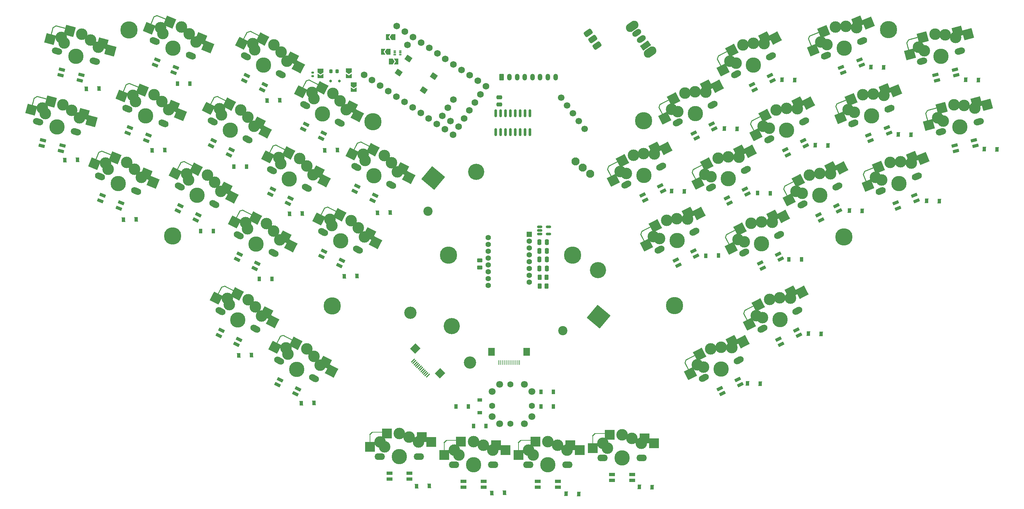
<source format=gbr>
%TF.GenerationSoftware,KiCad,Pcbnew,(6.0.4)*%
%TF.CreationDate,2022-12-18T06:26:39+01:00*%
%TF.ProjectId,BatreeqV2,42617472-6565-4715-9632-2e6b69636164,rev?*%
%TF.SameCoordinates,Original*%
%TF.FileFunction,Soldermask,Bot*%
%TF.FilePolarity,Negative*%
%FSLAX46Y46*%
G04 Gerber Fmt 4.6, Leading zero omitted, Abs format (unit mm)*
G04 Created by KiCad (PCBNEW (6.0.4)) date 2022-12-18 06:26:39*
%MOMM*%
%LPD*%
G01*
G04 APERTURE LIST*
G04 Aperture macros list*
%AMRoundRect*
0 Rectangle with rounded corners*
0 $1 Rounding radius*
0 $2 $3 $4 $5 $6 $7 $8 $9 X,Y pos of 4 corners*
0 Add a 4 corners polygon primitive as box body*
4,1,4,$2,$3,$4,$5,$6,$7,$8,$9,$2,$3,0*
0 Add four circle primitives for the rounded corners*
1,1,$1+$1,$2,$3*
1,1,$1+$1,$4,$5*
1,1,$1+$1,$6,$7*
1,1,$1+$1,$8,$9*
0 Add four rect primitives between the rounded corners*
20,1,$1+$1,$2,$3,$4,$5,0*
20,1,$1+$1,$4,$5,$6,$7,0*
20,1,$1+$1,$6,$7,$8,$9,0*
20,1,$1+$1,$8,$9,$2,$3,0*%
%AMHorizOval*
0 Thick line with rounded ends*
0 $1 width*
0 $2 $3 position (X,Y) of the first rounded end (center of the circle)*
0 $4 $5 position (X,Y) of the second rounded end (center of the circle)*
0 Add line between two ends*
20,1,$1,$2,$3,$4,$5,0*
0 Add two circle primitives to create the rounded ends*
1,1,$1,$2,$3*
1,1,$1,$4,$5*%
%AMRotRect*
0 Rectangle, with rotation*
0 The origin of the aperture is its center*
0 $1 length*
0 $2 width*
0 $3 Rotation angle, in degrees counterclockwise*
0 Add horizontal line*
21,1,$1,$2,0,0,$3*%
%AMFreePoly0*
4,1,6,1.000000,0.000000,0.500000,-0.750000,-0.500000,-0.750000,-0.500000,0.750000,0.500000,0.750000,1.000000,0.000000,1.000000,0.000000,$1*%
%AMFreePoly1*
4,1,6,0.500000,-0.750000,-0.650000,-0.750000,-0.150000,0.000000,-0.650000,0.750000,0.500000,0.750000,0.500000,-0.750000,0.500000,-0.750000,$1*%
G04 Aperture macros list end*
%ADD10C,1.752600*%
%ADD11RoundRect,0.082000X0.718000X-0.328000X0.718000X0.328000X-0.718000X0.328000X-0.718000X-0.328000X0*%
%ADD12C,3.000000*%
%ADD13HorizOval,1.701800X0.482963X-0.129410X-0.482963X0.129410X0*%
%ADD14C,3.987800*%
%ADD15RotRect,2.600000X2.600000X345.000000*%
%ADD16RotRect,2.550000X2.500000X345.000000*%
%ADD17RotRect,3.000000X0.250000X165.000000*%
%ADD18RoundRect,0.062500X0.347636X0.272877X-0.410136X-0.164623X-0.347636X-0.272877X0.410136X0.164623X0*%
%ADD19RotRect,4.000000X0.250000X255.000000*%
%ADD20HorizOval,1.701800X0.445503X0.226995X-0.445503X-0.226995X0*%
%ADD21RotRect,2.550000X2.500000X27.000000*%
%ADD22RotRect,2.600000X2.600000X27.000000*%
%ADD23RotRect,3.000000X0.250000X207.000000*%
%ADD24RoundRect,0.062500X0.075754X0.435401X-0.194636X-0.396774X-0.075754X-0.435401X0.194636X0.396774X0*%
%ADD25RotRect,4.000000X0.250000X297.000000*%
%ADD26C,4.500000*%
%ADD27HorizOval,1.701800X0.482963X0.129410X-0.482963X-0.129410X0*%
%ADD28RotRect,2.600000X2.600000X15.000000*%
%ADD29RotRect,2.550000X2.500000X15.000000*%
%ADD30RotRect,4.000000X0.250000X285.000000*%
%ADD31RoundRect,0.062500X0.164623X0.410136X-0.272877X-0.347636X-0.164623X-0.410136X0.272877X0.347636X0*%
%ADD32RotRect,3.000000X0.250000X195.000000*%
%ADD33RoundRect,0.082000X0.778427X-0.130992X0.608642X0.502656X-0.778427X0.130992X-0.608642X-0.502656X0*%
%ADD34RoundRect,0.082000X0.788652X0.033715X0.490834X0.618215X-0.788652X-0.033715X-0.490834X-0.618215X0*%
%ADD35RoundRect,0.375000X0.829455X0.123000X0.399273X0.737364X-0.829455X-0.123000X-0.399273X-0.737364X0*%
%ADD36HorizOval,1.701800X0.445503X-0.226995X-0.445503X0.226995X0*%
%ADD37RotRect,2.550000X2.500000X333.000000*%
%ADD38RotRect,2.600000X2.600000X333.000000*%
%ADD39RotRect,4.000000X0.250000X243.000000*%
%ADD40RoundRect,0.062500X0.396774X0.194636X-0.435401X-0.075754X-0.396774X-0.194636X0.435401X0.075754X0*%
%ADD41RotRect,3.000000X0.250000X153.000000*%
%ADD42RoundRect,0.082000X0.490834X-0.618215X0.788652X-0.033715X-0.490834X0.618215X-0.788652X0.033715X0*%
%ADD43RoundRect,0.082000X0.608642X-0.502656X0.778427X0.130992X-0.608642X0.502656X-0.778427X-0.130992X0*%
%ADD44O,2.701800X1.701800*%
%ADD45R,2.600000X2.600000*%
%ADD46R,2.550000X2.500000*%
%ADD47R,3.000000X0.250000*%
%ADD48R,0.250000X4.000000*%
%ADD49RoundRect,0.062500X0.265165X0.353553X-0.353553X-0.265165X-0.265165X-0.353553X0.353553X0.265165X0*%
%ADD50RoundRect,0.082000X0.788589X-0.035149X0.542847X0.573084X-0.788589X0.035149X-0.542847X-0.573084X0*%
%ADD51HorizOval,1.701800X0.463592X0.187303X-0.463592X-0.187303X0*%
%ADD52RotRect,2.600000X2.600000X22.000000*%
%ADD53RotRect,2.550000X2.500000X22.000000*%
%ADD54RotRect,3.000000X0.250000X202.000000*%
%ADD55RotRect,4.000000X0.250000X292.000000*%
%ADD56RoundRect,0.062500X0.113413X0.427142X-0.228476X-0.378300X-0.113413X-0.427142X0.228476X0.378300X0*%
%ADD57C,3.200000*%
%ADD58C,4.200000*%
%ADD59C,2.400000*%
%ADD60C,2.100000*%
%ADD61RotRect,4.400000X4.400000X140.000000*%
%ADD62HorizOval,1.701800X0.463592X-0.187303X-0.463592X0.187303X0*%
%ADD63RotRect,2.550000X2.500000X338.000000*%
%ADD64RotRect,2.600000X2.600000X338.000000*%
%ADD65RotRect,3.000000X0.250000X158.000000*%
%ADD66RotRect,4.000000X0.250000X248.000000*%
%ADD67RoundRect,0.062500X0.378300X0.228476X-0.427142X-0.113413X-0.378300X-0.228476X0.427142X0.113413X0*%
%ADD68C,1.600000*%
%ADD69C,1.800000*%
%ADD70RoundRect,0.082000X0.542847X-0.573084X0.788589X0.035149X-0.542847X0.573084X-0.788589X-0.035149X0*%
%ADD71C,1.700000*%
%ADD72HorizOval,1.700000X0.000000X0.000000X0.000000X0.000000X0*%
%ADD73HorizOval,2.200000X0.532449X0.372825X-0.532449X-0.372825X0*%
%ADD74RotRect,1.500000X2.500000X125.000000*%
%ADD75HorizOval,1.500000X0.409576X0.286788X-0.409576X-0.286788X0*%
%ADD76RotRect,0.900000X1.200000X358.000000*%
%ADD77R,0.900000X1.200000*%
%ADD78RoundRect,0.085000X-0.265000X-0.085000X0.265000X-0.085000X0.265000X0.085000X-0.265000X0.085000X0*%
%ADD79O,0.700000X0.340000*%
%ADD80RoundRect,0.150000X0.175000X0.150000X-0.175000X0.150000X-0.175000X-0.150000X0.175000X-0.150000X0*%
%ADD81RoundRect,0.250000X0.250000X0.475000X-0.250000X0.475000X-0.250000X-0.475000X0.250000X-0.475000X0*%
%ADD82R,0.280000X1.250000*%
%ADD83R,1.800000X2.000000*%
%ADD84RotRect,0.900000X1.200000X2.000000*%
%ADD85RoundRect,0.150000X0.150000X-0.825000X0.150000X0.825000X-0.150000X0.825000X-0.150000X-0.825000X0*%
%ADD86RoundRect,0.140000X-0.170000X0.140000X-0.170000X-0.140000X0.170000X-0.140000X0.170000X0.140000X0*%
%ADD87RotRect,0.280000X1.250000X315.000000*%
%ADD88RotRect,1.800000X2.000000X315.000000*%
%ADD89RoundRect,0.250000X0.262500X0.450000X-0.262500X0.450000X-0.262500X-0.450000X0.262500X-0.450000X0*%
%ADD90RoundRect,0.250000X-0.262500X-0.450000X0.262500X-0.450000X0.262500X0.450000X-0.262500X0.450000X0*%
%ADD91RotRect,0.900000X1.200000X1.000000*%
%ADD92FreePoly0,0.000000*%
%ADD93FreePoly1,0.000000*%
%ADD94RoundRect,0.250000X0.450000X-0.262500X0.450000X0.262500X-0.450000X0.262500X-0.450000X-0.262500X0*%
%ADD95FreePoly0,270.000000*%
%ADD96FreePoly1,270.000000*%
%ADD97FreePoly0,180.000000*%
%ADD98FreePoly1,180.000000*%
%ADD99RoundRect,0.218750X0.218750X0.256250X-0.218750X0.256250X-0.218750X-0.256250X0.218750X-0.256250X0*%
%ADD100RotRect,0.900000X1.200000X359.000000*%
%ADD101R,1.200000X0.900000*%
%ADD102RoundRect,0.250000X-0.250000X-0.475000X0.250000X-0.475000X0.250000X0.475000X-0.250000X0.475000X0*%
%ADD103R,1.400000X1.400000*%
%ADD104C,1.400000*%
%ADD105RoundRect,0.150000X-0.512500X-0.150000X0.512500X-0.150000X0.512500X0.150000X-0.512500X0.150000X0*%
%ADD106RoundRect,0.250000X0.475000X-0.250000X0.475000X0.250000X-0.475000X0.250000X-0.475000X-0.250000X0*%
%ADD107RotRect,1.600000X1.400000X325.000000*%
%ADD108RoundRect,0.250000X-0.350000X-0.625000X0.350000X-0.625000X0.350000X0.625000X-0.350000X0.625000X0*%
%ADD109O,1.200000X1.750000*%
G04 APERTURE END LIST*
D10*
%TO.C,U1*%
X112519960Y-51428247D03*
X114625716Y-52848597D03*
X116731471Y-54268947D03*
X118837226Y-55689297D03*
X120942982Y-57109647D03*
X123048737Y-58529997D03*
X125154493Y-59950347D03*
X127260248Y-61370697D03*
X129366004Y-62791047D03*
X131471759Y-64211397D03*
X133577515Y-65631747D03*
X135694454Y-67035516D03*
X144205370Y-54417565D03*
X142099614Y-52997215D03*
X139993859Y-51576865D03*
X137888104Y-50156515D03*
X135782348Y-48736165D03*
X133676593Y-47315815D03*
X131570837Y-45895465D03*
X129465082Y-44475115D03*
X127359326Y-43054765D03*
X125253571Y-41634415D03*
X123147815Y-40214065D03*
X121042060Y-38793715D03*
X137103620Y-64946342D03*
X132880925Y-62122223D03*
X138523970Y-62840586D03*
X134301275Y-60016467D03*
X139944320Y-60734831D03*
X135721625Y-57910712D03*
X141364670Y-58629075D03*
X142785020Y-56523320D03*
X134997865Y-63525992D03*
X123855589Y-43707009D03*
%TD*%
D11*
%TO.C,D74*%
X162930907Y-158703640D03*
X162930907Y-157203640D03*
X157730907Y-157203640D03*
X157730907Y-158703640D03*
%TD*%
D12*
%TO.C,SW7*%
X38532015Y-62655336D03*
D13*
X37638717Y-66298264D03*
D12*
X34274973Y-59233633D03*
D14*
X32735000Y-64980892D03*
D13*
X27825936Y-63664836D03*
D12*
X28875942Y-60064576D03*
X29709037Y-61543911D03*
X36500066Y-60733960D03*
D15*
X41695422Y-63502969D03*
D16*
X39692739Y-61586010D03*
D15*
X31111565Y-58386001D03*
D17*
X28970288Y-57456072D03*
D18*
X27184985Y-57277231D03*
D19*
X26319068Y-59384531D03*
D16*
X26028860Y-60557810D03*
%TD*%
D12*
%TO.C,SW26*%
X217940329Y-109855355D03*
D20*
X225167238Y-112854614D03*
D12*
X214484076Y-114085522D03*
X216093054Y-114627433D03*
D20*
X216112814Y-117463628D03*
D14*
X220641572Y-115156844D03*
D12*
X220597810Y-109481437D03*
X223393493Y-109549659D03*
D21*
X223540561Y-107978318D03*
D22*
X226311540Y-108062840D03*
D23*
X212808758Y-112083897D03*
D24*
X211362352Y-113145592D03*
D21*
X212698319Y-116357137D03*
D22*
X215022282Y-111342174D03*
D25*
X212128910Y-115291033D03*
%TD*%
D26*
%TO.C,H10*%
X166734908Y-98343640D03*
%TD*%
D12*
%TO.C,SW34*%
X263630792Y-41065710D03*
X266351199Y-41713697D03*
X256693414Y-44298069D03*
D14*
X262493615Y-46626194D03*
D27*
X267399044Y-45315213D03*
D12*
X260953641Y-40878936D03*
D27*
X257584213Y-47940989D03*
D12*
X258154563Y-45162663D03*
D28*
X269514606Y-40866065D03*
D29*
X266821753Y-40207270D03*
D30*
X254139074Y-44987570D03*
D29*
X254474386Y-46148764D03*
D28*
X257790233Y-41726568D03*
D31*
X253835330Y-42729636D03*
D32*
X255470867Y-41991865D03*
%TD*%
D26*
%TO.C,H8*%
X248908639Y-39721893D03*
%TD*%
D33*
%TO.C,D42*%
X271440162Y-69944658D03*
X271051934Y-68495769D03*
X266029119Y-69841628D03*
X266417348Y-71290517D03*
%TD*%
D34*
%TO.C,D70*%
X190246204Y-81671878D03*
X189565218Y-80335368D03*
X184931984Y-82696119D03*
X185612970Y-84032628D03*
%TD*%
%TO.C,D41*%
X203597806Y-65554187D03*
X202916820Y-64217677D03*
X198283586Y-66578428D03*
X198964572Y-67914937D03*
%TD*%
D35*
%TO.C,J4*%
X170829226Y-40542424D03*
X171976379Y-42180728D03*
X173123532Y-43819032D03*
%TD*%
D26*
%TO.C,H9*%
X134476906Y-98343643D03*
%TD*%
D12*
%TO.C,SW21*%
X200820388Y-127485530D03*
X202667663Y-122713452D03*
D20*
X209894572Y-125712711D03*
X200840148Y-130321725D03*
D12*
X205325144Y-122339534D03*
X199211410Y-126943619D03*
X208120827Y-122407756D03*
D14*
X205368906Y-128014941D03*
D21*
X208267895Y-120836415D03*
D22*
X211038874Y-120920937D03*
D24*
X196089686Y-126003689D03*
D25*
X196856244Y-128149130D03*
D23*
X197536092Y-124941994D03*
D22*
X199749616Y-124200271D03*
D21*
X197425653Y-129215234D03*
%TD*%
D34*
%TO.C,D55*%
X225604954Y-119171036D03*
X224923968Y-117834526D03*
X220290734Y-120195277D03*
X220971720Y-121531786D03*
%TD*%
D14*
%TO.C,SW25*%
X207260239Y-78469120D03*
D12*
X207216477Y-72793713D03*
X202711721Y-77939709D03*
D20*
X202731481Y-80775904D03*
D12*
X210012160Y-72861935D03*
X201102743Y-77397798D03*
X204558996Y-73167631D03*
D20*
X211785905Y-76166890D03*
D22*
X212930207Y-71375116D03*
D21*
X210159228Y-71290594D03*
X199316986Y-79669413D03*
D23*
X199427425Y-75396173D03*
D25*
X198747577Y-78603309D03*
D22*
X201640949Y-74654450D03*
D24*
X197981019Y-76457868D03*
%TD*%
D12*
%TO.C,SW4*%
X90948604Y-45580080D03*
X84137577Y-44960397D03*
X89084070Y-43649916D03*
X92536673Y-47881935D03*
D36*
X81854661Y-46643456D03*
D12*
X83630258Y-43340179D03*
D14*
X86382827Y-48951405D03*
D36*
X90905489Y-51259529D03*
D37*
X93894359Y-47077304D03*
D38*
X95454719Y-49368754D03*
D37*
X80742842Y-43230693D03*
D38*
X86166023Y-42163096D03*
D39*
X81270648Y-42143390D03*
D40*
X82555775Y-40262174D03*
D41*
X84264880Y-40808292D03*
%TD*%
D42*
%TO.C,D51*%
X77426862Y-72255467D03*
X78107848Y-70918958D03*
X73474614Y-68558207D03*
X72793628Y-69894717D03*
%TD*%
%TO.C,D67*%
X114752396Y-84108662D03*
X115433382Y-82772153D03*
X110800148Y-80411402D03*
X110119162Y-81747912D03*
%TD*%
D12*
%TO.C,SW8*%
X104432188Y-56314536D03*
D14*
X101730945Y-61616025D03*
D12*
X106296722Y-58244700D03*
D36*
X97202779Y-59308076D03*
D12*
X98978376Y-56004799D03*
X107884791Y-60546555D03*
X99485695Y-57625017D03*
D36*
X106253607Y-63924149D03*
D37*
X109242477Y-59741924D03*
D38*
X110802837Y-62033374D03*
D41*
X99612998Y-53472912D03*
D39*
X96618766Y-54808010D03*
D37*
X96090960Y-55895313D03*
D40*
X97903893Y-52926794D03*
D38*
X101514141Y-54827716D03*
%TD*%
D43*
%TO.C,D63*%
X33737492Y-71285168D03*
X34125721Y-69836279D03*
X29102906Y-68490420D03*
X28714678Y-69939309D03*
%TD*%
D44*
%TO.C,SW22*%
X165408495Y-152876948D03*
D14*
X160330907Y-152873640D03*
D12*
X155330907Y-149123641D03*
X160330907Y-146923640D03*
X162868495Y-147796948D03*
X156518495Y-150336948D03*
X165328495Y-149126948D03*
D44*
X155248495Y-152872987D03*
D45*
X168603495Y-149126948D03*
D46*
X166172907Y-147793640D03*
X152708495Y-150336948D03*
D47*
X154746907Y-146579601D03*
D48*
X152685148Y-149128536D03*
D49*
X152976151Y-146868924D03*
D45*
X157055906Y-146923640D03*
%TD*%
D11*
%TO.C,D64*%
X124325323Y-156583643D03*
X124325323Y-155083643D03*
X119125323Y-155083643D03*
X119125323Y-156583643D03*
%TD*%
D50*
%TO.C,D71*%
X256147593Y-84197965D03*
X255585684Y-82807189D03*
X250764328Y-84755143D03*
X251326237Y-86145919D03*
%TD*%
D26*
%TO.C,H3*%
X193259713Y-111485617D03*
%TD*%
D44*
%TO.C,SW27*%
X184712498Y-151098949D03*
D12*
X182172498Y-146018949D03*
X184632498Y-147348949D03*
X174634910Y-147345642D03*
X179634910Y-145145641D03*
D14*
X179634910Y-151095641D03*
D12*
X175822498Y-148558949D03*
D44*
X174552498Y-151094988D03*
D46*
X185476910Y-146015641D03*
D45*
X187907498Y-147348949D03*
D48*
X171989151Y-147350537D03*
D47*
X174050910Y-144801602D03*
D46*
X172012498Y-148558949D03*
D45*
X176359909Y-145145641D03*
D49*
X172280154Y-145090925D03*
%TD*%
D42*
%TO.C,D56*%
X86052679Y-55326346D03*
X86733665Y-53989837D03*
X82100431Y-51629086D03*
X81419445Y-52965596D03*
%TD*%
D12*
%TO.C,SW33*%
X247665582Y-56803964D03*
X238394741Y-60546060D03*
X244886482Y-56492341D03*
X239950366Y-61226140D03*
D51*
X249144531Y-60250935D03*
D12*
X242206525Y-56633221D03*
D14*
X244435434Y-62149965D03*
D51*
X239722859Y-64053265D03*
D52*
X250702109Y-55577127D03*
D53*
X247949041Y-55251420D03*
D54*
X236900252Y-58406037D03*
D52*
X239169997Y-57860058D03*
D55*
X235943469Y-61541717D03*
D53*
X236417795Y-62653391D03*
D56*
X235366817Y-59337630D03*
%TD*%
D26*
%TO.C,H6*%
X114864907Y-63673641D03*
%TD*%
D12*
%TO.C,SW16*%
X92243895Y-122479748D03*
X97697707Y-122789485D03*
X101150310Y-127021504D03*
X92751214Y-124099966D03*
X99562241Y-124719649D03*
D36*
X99519126Y-130399098D03*
X90468298Y-125783025D03*
D14*
X94996464Y-128090974D03*
D38*
X104068356Y-128508323D03*
D37*
X102507996Y-126216873D03*
D41*
X92878517Y-119947861D03*
D40*
X91169412Y-119401743D03*
D37*
X89356479Y-122370262D03*
D38*
X94779660Y-121302665D03*
D39*
X89884285Y-121282959D03*
%TD*%
D12*
%TO.C,SW28*%
X209223060Y-48425055D03*
X211070335Y-43652977D03*
X216523499Y-43347281D03*
D14*
X213771578Y-48954466D03*
D12*
X207614082Y-47883144D03*
D20*
X218297244Y-46652236D03*
D12*
X213727816Y-43279059D03*
D20*
X209242820Y-51261250D03*
D22*
X219441546Y-41860462D03*
D21*
X216670567Y-41775940D03*
D23*
X205938764Y-45881519D03*
D25*
X205258916Y-49088655D03*
D22*
X208152288Y-45139796D03*
D24*
X204492358Y-46943214D03*
D21*
X205828325Y-50154759D03*
%TD*%
D36*
%TO.C,SW5*%
X82279673Y-68188650D03*
D12*
X75004442Y-60269300D03*
X80458254Y-60579037D03*
X83910857Y-64811056D03*
X75511761Y-61889518D03*
D14*
X77757011Y-65880526D03*
D36*
X73228845Y-63572577D03*
D12*
X82322788Y-62509201D03*
D38*
X86828903Y-66297875D03*
D37*
X85268543Y-64006425D03*
D38*
X77540207Y-59092217D03*
D40*
X73929959Y-57191295D03*
D37*
X72117026Y-60159814D03*
D39*
X72644832Y-59072511D03*
D41*
X75639064Y-57737413D03*
%TD*%
D34*
%TO.C,D66*%
X235986598Y-86826905D03*
X235305612Y-85490395D03*
X230672378Y-87851146D03*
X231353364Y-89187655D03*
%TD*%
D11*
%TO.C,D69*%
X143605319Y-158700333D03*
X143605319Y-157200333D03*
X138405319Y-157200333D03*
X138405319Y-158700333D03*
%TD*%
D57*
%TO.C,SW36*%
X124573616Y-113347381D03*
D58*
X135341572Y-116836940D03*
D59*
X129155305Y-86958907D03*
D57*
X140036954Y-126323059D03*
D59*
X164239605Y-118007960D03*
D58*
X173331794Y-102264300D03*
X141711239Y-76655648D03*
D60*
X171329649Y-77215278D03*
X167499427Y-74001340D03*
X169414538Y-75608309D03*
D61*
X173551222Y-114386842D03*
X130524117Y-78285803D03*
%TD*%
D36*
%TO.C,SW15*%
X79951139Y-93166326D03*
D12*
X87180548Y-90172786D03*
X90633151Y-94404805D03*
D14*
X84479305Y-95474275D03*
D12*
X82234055Y-91483267D03*
X89045082Y-92102950D03*
X81726736Y-89863049D03*
D36*
X89001967Y-97782399D03*
D38*
X93551197Y-95891624D03*
D37*
X91990837Y-93600174D03*
D41*
X82361358Y-87331162D03*
D39*
X79367126Y-88666260D03*
D37*
X78839320Y-89753563D03*
D40*
X80652253Y-86785044D03*
D38*
X84262501Y-88685966D03*
%TD*%
D11*
%TO.C,D43*%
X182234910Y-156925642D03*
X182234910Y-155425642D03*
X177034910Y-155425642D03*
X177034910Y-156925642D03*
%TD*%
D34*
%TO.C,D65*%
X198872023Y-98601004D03*
X198191037Y-97264494D03*
X193557803Y-99625245D03*
X194238789Y-100961754D03*
%TD*%
%TO.C,D61*%
X220849442Y-99412439D03*
X220168456Y-98075929D03*
X215535222Y-100436680D03*
X216216208Y-101773189D03*
%TD*%
D42*
%TO.C,D58*%
X94666316Y-134465916D03*
X95347302Y-133129407D03*
X90714068Y-130768656D03*
X90033082Y-132105166D03*
%TD*%
D27*
%TO.C,SW31*%
X262510438Y-66301034D03*
X272325269Y-63675258D03*
D12*
X268557017Y-59425755D03*
X265879866Y-59238981D03*
X263080788Y-63522708D03*
D14*
X267419840Y-64986239D03*
D12*
X271277424Y-60073742D03*
X261619639Y-62658114D03*
D28*
X274440831Y-59226110D03*
D29*
X271747978Y-58567315D03*
D32*
X260397092Y-60351910D03*
D31*
X258761555Y-61089681D03*
D29*
X259400611Y-64508809D03*
D28*
X262716458Y-60086613D03*
D30*
X259065299Y-63347615D03*
%TD*%
D26*
%TO.C,H2*%
X104297587Y-111597682D03*
%TD*%
D12*
%TO.C,SW23*%
X228321973Y-77511224D03*
X233775137Y-77205528D03*
X224865720Y-81741391D03*
D20*
X226494458Y-85119497D03*
D12*
X226474698Y-82283302D03*
X230979454Y-77137306D03*
D14*
X231023216Y-82812713D03*
D20*
X235548882Y-80510483D03*
D21*
X233922205Y-75634187D03*
D22*
X236693184Y-75718709D03*
D23*
X223190402Y-79739766D03*
D22*
X225403926Y-78998043D03*
D21*
X223079963Y-84013006D03*
D25*
X222510554Y-82946902D03*
D24*
X221743996Y-80801461D03*
%TD*%
D34*
%TO.C,D47*%
X218734962Y-52968658D03*
X218053976Y-51632148D03*
X213420742Y-53992899D03*
X214101728Y-55329408D03*
%TD*%
D12*
%TO.C,SW6*%
X52856366Y-76006200D03*
X46017248Y-75982495D03*
X50830703Y-74245885D03*
D14*
X48601794Y-79762629D03*
D62*
X53308412Y-81667794D03*
D12*
X54639012Y-78160887D03*
X45370649Y-74412658D03*
D62*
X43889708Y-77858119D03*
D63*
X55921403Y-77240987D03*
D64*
X57675539Y-79387723D03*
D63*
X42484678Y-74555244D03*
D64*
X47794175Y-73019049D03*
D65*
X45782188Y-71835095D03*
D66*
X42915710Y-73426078D03*
D67*
X44031989Y-71440014D03*
%TD*%
D12*
%TO.C,SW12*%
X117912909Y-148216950D03*
X121725321Y-144803642D03*
X116725321Y-147003643D03*
D14*
X121725321Y-150753642D03*
D12*
X126722909Y-147006950D03*
D44*
X116642909Y-150752989D03*
D12*
X124262909Y-145676950D03*
D44*
X126802909Y-150756950D03*
D46*
X127567321Y-145673642D03*
D45*
X129997909Y-147006950D03*
D48*
X114079562Y-147008538D03*
D46*
X114102909Y-148216950D03*
D45*
X118450320Y-144803642D03*
D47*
X116141321Y-144459603D03*
D49*
X114370565Y-144748926D03*
%TD*%
D42*
%TO.C,D45*%
X92774974Y-84920093D03*
X93455960Y-83583584D03*
X88822726Y-81222833D03*
X88141740Y-82559343D03*
%TD*%
D12*
%TO.C,SW1*%
X68874063Y-42927901D03*
X67091417Y-40773214D03*
D14*
X62836845Y-44529643D03*
D62*
X67543463Y-46434808D03*
X58124759Y-42625133D03*
D12*
X65065754Y-39012899D03*
X59605700Y-39179672D03*
X60252299Y-40749509D03*
D63*
X70156454Y-42008001D03*
D64*
X71910590Y-44154737D03*
X62029226Y-37786063D03*
D63*
X56719729Y-39322258D03*
D65*
X60017239Y-36602109D03*
D67*
X58267040Y-36207028D03*
D66*
X57150761Y-38193092D03*
%TD*%
D50*
%TO.C,D53*%
X241912546Y-48964978D03*
X241350637Y-47574202D03*
X236529281Y-49522156D03*
X237091190Y-50912932D03*
%TD*%
D42*
%TO.C,D46*%
X84149157Y-101849218D03*
X84830143Y-100512709D03*
X80196909Y-98151958D03*
X79515923Y-99488468D03*
%TD*%
D34*
%TO.C,D60*%
X212223623Y-82483311D03*
X211542637Y-81146801D03*
X206909403Y-83507552D03*
X207590389Y-84844061D03*
%TD*%
D12*
%TO.C,SW11*%
X82425037Y-109931381D03*
X76971225Y-109621644D03*
D14*
X79723794Y-115232870D03*
D12*
X77478544Y-111241862D03*
D36*
X75195628Y-112924921D03*
D12*
X85877640Y-114163400D03*
X84289571Y-111861545D03*
D36*
X84246456Y-117540994D03*
D37*
X87235326Y-113358769D03*
D38*
X88795686Y-115650219D03*
D39*
X74611615Y-108424855D03*
D41*
X77605847Y-107089757D03*
D40*
X75896742Y-106543639D03*
D37*
X74083809Y-109512158D03*
D38*
X79506990Y-108444561D03*
%TD*%
D50*
%TO.C,D48*%
X249030067Y-66581470D03*
X248468158Y-65190694D03*
X243646802Y-67138648D03*
X244208711Y-68529424D03*
%TD*%
D68*
%TO.C,HAT1*%
X150549563Y-131944562D03*
D69*
X145849563Y-133844562D03*
X154249563Y-142244562D03*
D68*
X145849563Y-137544562D03*
X150549563Y-142244562D03*
D69*
X145849563Y-140344562D03*
X147749563Y-131944562D03*
X156149563Y-140344562D03*
X147749563Y-142244562D03*
D68*
X156149563Y-137544562D03*
D69*
X156149563Y-133844562D03*
X154249563Y-131944562D03*
%TD*%
D20*
%TO.C,SW19*%
X198434307Y-92284581D03*
D12*
X187751145Y-93515489D03*
X191207398Y-89285322D03*
X193864879Y-88911404D03*
D20*
X189379883Y-96893595D03*
D14*
X193908641Y-94586811D03*
D12*
X189360123Y-94057400D03*
X196660562Y-88979626D03*
D21*
X196807630Y-87408285D03*
D22*
X199578609Y-87492807D03*
D21*
X185965388Y-95787104D03*
D23*
X186075827Y-91513864D03*
D25*
X185395979Y-94721000D03*
D24*
X184629421Y-92575559D03*
D22*
X188289351Y-90772141D03*
%TD*%
D42*
%TO.C,D73*%
X68801040Y-89184593D03*
X69482026Y-87848084D03*
X64848792Y-85487333D03*
X64167806Y-86823843D03*
%TD*%
D14*
%TO.C,SW3*%
X37645053Y-46610499D03*
D12*
X39185026Y-40863240D03*
X33785995Y-41694183D03*
D13*
X42548770Y-47927871D03*
D12*
X41410119Y-42363567D03*
X43442068Y-44284943D03*
D13*
X32735989Y-45294443D03*
D12*
X34619090Y-43173518D03*
D16*
X44602792Y-43215617D03*
D15*
X46605475Y-45132576D03*
D16*
X30938913Y-42187417D03*
D15*
X36021618Y-40015608D03*
D19*
X31229121Y-41014138D03*
D17*
X33880341Y-39085679D03*
D18*
X32095038Y-38906838D03*
%TD*%
D33*
%TO.C,D59*%
X266513937Y-51584612D03*
X266125709Y-50135723D03*
X261102894Y-51481582D03*
X261491123Y-52930471D03*
%TD*%
D70*
%TO.C,D50*%
X63063565Y-50909102D03*
X63625474Y-49518326D03*
X58804118Y-47570372D03*
X58242209Y-48961148D03*
%TD*%
D12*
%TO.C,SW10*%
X75285033Y-81740182D03*
D36*
X73653849Y-85117776D03*
D14*
X69131187Y-82809652D03*
D36*
X64603021Y-80501703D03*
D12*
X66378618Y-77198426D03*
X66885937Y-78818644D03*
X71832430Y-77508163D03*
X73696964Y-79438327D03*
D38*
X78203079Y-83227001D03*
D37*
X76642719Y-80935551D03*
D40*
X65304135Y-74120421D03*
D37*
X63491202Y-77088940D03*
D41*
X67013240Y-74666539D03*
D38*
X68914383Y-76021343D03*
D39*
X64019008Y-76001637D03*
%TD*%
D51*
%TO.C,SW32*%
X232605337Y-46436773D03*
D12*
X235089003Y-39016729D03*
X231277219Y-42929568D03*
X232832844Y-43609648D03*
D51*
X242027009Y-42634443D03*
D12*
X237768960Y-38875849D03*
X240548060Y-39187472D03*
D14*
X237317912Y-44533473D03*
D52*
X243584587Y-37960635D03*
D53*
X240831519Y-37634928D03*
D54*
X229782730Y-40789545D03*
D53*
X229300273Y-45036899D03*
D56*
X228249295Y-41721138D03*
D52*
X232052475Y-40243566D03*
D55*
X228825947Y-43925225D03*
%TD*%
D42*
%TO.C,D52*%
X79393644Y-121607814D03*
X80074630Y-120271305D03*
X75441396Y-117910554D03*
X74760410Y-119247064D03*
%TD*%
D36*
%TO.C,SW9*%
X97627785Y-80853274D03*
D12*
X99258969Y-77475680D03*
X90352554Y-72933924D03*
D36*
X88576957Y-76237201D03*
D14*
X93105123Y-78545150D03*
D12*
X95806366Y-73243661D03*
X97670900Y-75173825D03*
X90859873Y-74554142D03*
D38*
X102177015Y-78962499D03*
D37*
X100616655Y-76671049D03*
D40*
X89278071Y-69855919D03*
D37*
X87465138Y-72824438D03*
D38*
X92888319Y-71756841D03*
D39*
X87992944Y-71737135D03*
D41*
X90987176Y-70402037D03*
%TD*%
D12*
%TO.C,SW13*%
X121236391Y-76664250D03*
X119648322Y-74362395D03*
D36*
X110554379Y-75425771D03*
X119605207Y-80041844D03*
D12*
X117783788Y-72432231D03*
X112329976Y-72122494D03*
X112837295Y-73742712D03*
D14*
X115082545Y-77733720D03*
D37*
X122594077Y-75859619D03*
D38*
X124154437Y-78151069D03*
X114865741Y-70945411D03*
D40*
X111255493Y-69044489D03*
D41*
X112964598Y-69590607D03*
D37*
X109442560Y-72013008D03*
D39*
X109970366Y-70925705D03*
%TD*%
D42*
%TO.C,D72*%
X106126574Y-101037785D03*
X106807560Y-99701276D03*
X102174326Y-97340525D03*
X101493340Y-98677035D03*
%TD*%
D12*
%TO.C,SW18*%
X188034744Y-72050500D03*
D20*
X180754065Y-79964469D03*
X189808489Y-75355455D03*
D12*
X179125327Y-76586363D03*
X185239061Y-71982278D03*
D14*
X185282823Y-77657685D03*
D12*
X180734305Y-77128274D03*
X182581580Y-72356196D03*
D21*
X188181812Y-70479159D03*
D22*
X190952791Y-70563681D03*
D23*
X177450009Y-74584738D03*
D21*
X177339570Y-78857978D03*
D22*
X179663533Y-73843015D03*
D25*
X176770161Y-77791874D03*
D24*
X176003603Y-75646433D03*
%TD*%
D26*
%TO.C,H1*%
X62794908Y-93391642D03*
%TD*%
D12*
%TO.C,SW24*%
X192476930Y-60468673D03*
D20*
X203160092Y-59237765D03*
D12*
X194085908Y-61010584D03*
X201386347Y-55932810D03*
D20*
X194105668Y-63846779D03*
D12*
X195933183Y-56238506D03*
X198590664Y-55864588D03*
D14*
X198634426Y-61539995D03*
D21*
X201533415Y-54361469D03*
D22*
X204304394Y-54445991D03*
D24*
X189355206Y-59528743D03*
D23*
X190801612Y-58467048D03*
D25*
X190121764Y-61674184D03*
D21*
X190691173Y-62740288D03*
D22*
X193015136Y-57725325D03*
%TD*%
D12*
%TO.C,SW17*%
X143542907Y-147793641D03*
X136005319Y-149120334D03*
D14*
X141005319Y-152870333D03*
D44*
X146082907Y-152873641D03*
X135922907Y-152869680D03*
D12*
X137192907Y-150333641D03*
X141005319Y-146920333D03*
X146002907Y-149123641D03*
D46*
X146847319Y-147790333D03*
D45*
X149277907Y-149123641D03*
D49*
X133650563Y-146865617D03*
D46*
X133382907Y-150333641D03*
D48*
X133359560Y-149125229D03*
D45*
X137730318Y-146920333D03*
D47*
X135421319Y-146576294D03*
%TD*%
D26*
%TO.C,H7*%
X185222906Y-63419643D03*
%TD*%
D34*
%TO.C,D54*%
X227360782Y-69897783D03*
X226679796Y-68561273D03*
X222046562Y-70922024D03*
X222727548Y-72258533D03*
%TD*%
D71*
%TO.C,U5*%
X163766534Y-57381373D03*
D72*
X165295145Y-59409907D03*
X166823755Y-61438441D03*
X168352365Y-63466975D03*
X169880975Y-65495510D03*
%TD*%
D34*
%TO.C,D49*%
X210332288Y-132029134D03*
X209651302Y-130692624D03*
X205018068Y-133053375D03*
X205699054Y-134389884D03*
%TD*%
D70*
%TO.C,D68*%
X48828517Y-86142089D03*
X49390426Y-84751313D03*
X44569070Y-82803359D03*
X44007161Y-84194135D03*
%TD*%
D73*
%TO.C,SW37*%
X182237236Y-38810517D03*
X186940563Y-45527563D03*
D74*
X185736052Y-43807344D03*
D75*
X184588899Y-42169040D03*
X183441746Y-40530736D03*
%TD*%
D20*
%TO.C,SW29*%
X226923066Y-63581361D03*
D12*
X217848882Y-65354180D03*
D14*
X222397400Y-65883591D03*
D12*
X216239904Y-64812269D03*
X222353638Y-60208184D03*
X219696157Y-60582102D03*
D20*
X217868642Y-68190375D03*
D12*
X225149321Y-60276406D03*
D21*
X225296389Y-58705065D03*
D22*
X228067368Y-58789587D03*
D24*
X213118180Y-63872339D03*
D21*
X214454147Y-67083884D03*
D23*
X214564586Y-62810644D03*
D25*
X213884738Y-66017780D03*
D22*
X216778110Y-62068921D03*
%TD*%
D12*
%TO.C,SW30*%
X252004007Y-74108837D03*
X249324050Y-74249717D03*
D14*
X251552959Y-79766461D03*
D51*
X256262056Y-77867431D03*
D12*
X247067891Y-78842636D03*
D51*
X246840384Y-81669761D03*
D12*
X254783107Y-74420460D03*
X245512266Y-78162556D03*
D52*
X257819634Y-73193623D03*
D53*
X255066566Y-72867916D03*
D56*
X242484342Y-76954126D03*
D55*
X243060994Y-79158213D03*
D53*
X243535320Y-80269887D03*
D54*
X244017777Y-76022533D03*
D52*
X246287522Y-75476554D03*
%TD*%
D12*
%TO.C,SW2*%
X59974182Y-58390116D03*
D14*
X55719610Y-62146545D03*
D12*
X57948519Y-56629801D03*
X52488465Y-56796574D03*
X53135064Y-58366411D03*
X61756828Y-60544803D03*
D62*
X51007524Y-60242035D03*
X60426228Y-64051710D03*
D63*
X63039219Y-59624903D03*
D64*
X64793355Y-61771639D03*
D66*
X50033526Y-55809994D03*
D65*
X52900004Y-54219011D03*
D63*
X49602494Y-56939160D03*
D64*
X54911991Y-55402965D03*
D67*
X51149805Y-53823930D03*
%TD*%
D26*
%TO.C,H5*%
X51458230Y-39784918D03*
%TD*%
D43*
%TO.C,D44*%
X38647543Y-52914777D03*
X39035772Y-51465888D03*
X34012957Y-50120029D03*
X33624729Y-51568918D03*
%TD*%
D14*
%TO.C,SW20*%
X215886061Y-95398247D03*
D12*
X213184818Y-90096758D03*
D20*
X211357303Y-97705031D03*
D12*
X211337543Y-94868836D03*
X218637982Y-89791062D03*
X215842299Y-89722840D03*
X209728565Y-94326925D03*
D20*
X220411727Y-93096017D03*
D22*
X221556029Y-88304243D03*
D21*
X218785050Y-88219721D03*
D24*
X206606841Y-93386995D03*
D25*
X207373399Y-95532436D03*
D22*
X210266771Y-91583577D03*
D23*
X208053247Y-92325300D03*
D21*
X207942808Y-96598540D03*
%TD*%
D12*
%TO.C,SW14*%
X109157966Y-89361352D03*
X103704154Y-89051615D03*
D36*
X101928557Y-92354892D03*
D14*
X106456723Y-94662841D03*
D12*
X104211473Y-90671833D03*
X112610569Y-93593371D03*
D36*
X110979385Y-96970965D03*
D12*
X111022500Y-91291516D03*
D37*
X113968255Y-92788740D03*
D38*
X115528615Y-95080190D03*
D39*
X101344544Y-87854826D03*
D37*
X100816738Y-88942129D03*
D38*
X106239919Y-87874532D03*
D40*
X102629671Y-85973610D03*
D41*
X104338776Y-86519728D03*
%TD*%
D42*
%TO.C,D62*%
X101400796Y-67990967D03*
X102081782Y-66654458D03*
X97448548Y-64293707D03*
X96767562Y-65630217D03*
%TD*%
D26*
%TO.C,H4*%
X237253561Y-93645639D03*
%TD*%
D70*
%TO.C,D57*%
X55946331Y-68526004D03*
X56508240Y-67135228D03*
X51686884Y-65187274D03*
X51124975Y-66578050D03*
%TD*%
D76*
%TO.C,D29*%
X229801915Y-69712058D03*
X233099905Y-69827226D03*
%TD*%
D77*
%TO.C,D39*%
X158493562Y-133919564D03*
X161793562Y-133919564D03*
%TD*%
D78*
%TO.C,U6*%
X120498000Y-46248000D03*
D79*
X120498000Y-45748000D03*
X120498000Y-45248000D03*
X121998000Y-45248000D03*
X121998000Y-45748000D03*
X121998000Y-46248000D03*
%TD*%
D80*
%TO.C,D40*%
X106117000Y-53114000D03*
X103867000Y-53114000D03*
%TD*%
D81*
%TO.C,C4*%
X160018839Y-94981640D03*
X158118839Y-94981640D03*
%TD*%
D77*
%TO.C,D15*%
X85274908Y-104567642D03*
X88574908Y-104567642D03*
%TD*%
D82*
%TO.C,J2*%
X147487564Y-126273562D03*
X147987564Y-126273562D03*
X148487564Y-126273562D03*
X148987564Y-126273562D03*
X149487564Y-126273562D03*
X149987564Y-126273562D03*
X150487564Y-126273562D03*
X150987564Y-126273562D03*
X151487564Y-126273562D03*
X151987564Y-126273562D03*
X152487564Y-126273562D03*
X152987564Y-126273562D03*
D83*
X154787564Y-123549562D03*
X145687564Y-123549562D03*
%TD*%
D84*
%TO.C,D3*%
X40317913Y-55095226D03*
X43615903Y-54980058D03*
%TD*%
D76*
%TO.C,D23*%
X238691913Y-86730057D03*
X241989903Y-86845225D03*
%TD*%
D85*
%TO.C,U2*%
X155631911Y-66402643D03*
X154361911Y-66402643D03*
X153091911Y-66402643D03*
X151821911Y-66402643D03*
X150551911Y-66402643D03*
X149281911Y-66402643D03*
X148011911Y-66402643D03*
X146741911Y-66402643D03*
X146741911Y-61452643D03*
X148011911Y-61452643D03*
X149281911Y-61452643D03*
X150551911Y-61452643D03*
X151821911Y-61452643D03*
X153091911Y-61452643D03*
X154361911Y-61452643D03*
X155631911Y-61452643D03*
%TD*%
D77*
%TO.C,D37*%
X140967564Y-142809565D03*
X144267564Y-142809565D03*
%TD*%
D86*
%TO.C,C6*%
X99150000Y-50884000D03*
X99150000Y-51844000D03*
%TD*%
D77*
%TO.C,D10*%
X70034907Y-92121643D03*
X73334907Y-92121643D03*
%TD*%
D84*
%TO.C,D9*%
X93149912Y-87607229D03*
X96447902Y-87492061D03*
%TD*%
D87*
%TO.C,J1*%
X125231938Y-125826099D03*
X125585491Y-126179652D03*
X125939045Y-126533206D03*
X126292598Y-126886759D03*
X126646151Y-127240312D03*
X126999705Y-127593866D03*
X127353258Y-127947419D03*
X127706812Y-128300973D03*
X128060365Y-128654526D03*
X128413918Y-129008079D03*
X128767472Y-129361633D03*
X129121025Y-129715186D03*
D88*
X132319976Y-129061819D03*
X125885305Y-122627148D03*
%TD*%
D76*
%TO.C,D22*%
X165031914Y-160390059D03*
X168329904Y-160505227D03*
%TD*%
D89*
%TO.C,R1*%
X159981337Y-106411641D03*
X158156337Y-106411641D03*
%TD*%
D90*
%TO.C,R2*%
X158156339Y-104125642D03*
X159981339Y-104125642D03*
%TD*%
D91*
%TO.C,D19*%
X201353158Y-98500438D03*
X204652656Y-98442846D03*
%TD*%
D76*
%TO.C,D21*%
X212224900Y-131694731D03*
X215522890Y-131809899D03*
%TD*%
%TO.C,D27*%
X184081910Y-158612059D03*
X187379900Y-158727227D03*
%TD*%
D92*
%TO.C,JP6*%
X119507000Y-48034000D03*
D93*
X120957000Y-48034000D03*
%TD*%
D94*
%TO.C,R3*%
X142617565Y-101558065D03*
X142617565Y-99733065D03*
%TD*%
D95*
%TO.C,JP1*%
X109818000Y-53913000D03*
D96*
X109818000Y-55363000D03*
%TD*%
D77*
%TO.C,D38*%
X158493563Y-137729564D03*
X161793563Y-137729564D03*
%TD*%
D97*
%TO.C,JP4*%
X120158000Y-41684000D03*
D98*
X118708000Y-41684000D03*
%TD*%
D84*
%TO.C,D16*%
X96197914Y-136883227D03*
X99495904Y-136768059D03*
%TD*%
D76*
%TO.C,D24*%
X206179913Y-65394056D03*
X209477903Y-65509224D03*
%TD*%
D84*
%TO.C,D17*%
X145727912Y-160251227D03*
X149025902Y-160136059D03*
%TD*%
D76*
%TO.C,D30*%
X258757915Y-84190059D03*
X262055905Y-84305227D03*
%TD*%
D84*
%TO.C,D7*%
X34729914Y-73637228D03*
X38027904Y-73522060D03*
%TD*%
D99*
%TO.C,F1*%
X105525500Y-50574000D03*
X103950500Y-50574000D03*
%TD*%
D100*
%TO.C,D25*%
X214815157Y-82186846D03*
X218114655Y-82244438D03*
%TD*%
D101*
%TO.C,D35*%
X142617562Y-136079566D03*
X142617562Y-139379566D03*
%TD*%
D77*
%TO.C,D20*%
X222942907Y-99487642D03*
X226242907Y-99487642D03*
%TD*%
D84*
%TO.C,D6*%
X49969914Y-89131225D03*
X53267904Y-89016057D03*
%TD*%
%TO.C,D14*%
X107373912Y-103863227D03*
X110671902Y-103748059D03*
%TD*%
D76*
%TO.C,D34*%
X268917915Y-52694057D03*
X272215905Y-52809225D03*
%TD*%
D77*
%TO.C,D5*%
X78670907Y-75357641D03*
X81970907Y-75357641D03*
%TD*%
D102*
%TO.C,C3*%
X158118839Y-97267644D03*
X160018839Y-97267644D03*
%TD*%
D84*
%TO.C,D2*%
X57456649Y-71097225D03*
X60754639Y-70982057D03*
%TD*%
D76*
%TO.C,D18*%
X192463915Y-81650058D03*
X195761905Y-81765226D03*
%TD*%
D84*
%TO.C,D12*%
X126169914Y-158473226D03*
X129467904Y-158358058D03*
%TD*%
D77*
%TO.C,D1*%
X64005563Y-53782564D03*
X67305563Y-53782564D03*
%TD*%
D103*
%TO.C,U4*%
X155480910Y-92929642D03*
D104*
X155480910Y-94709642D03*
X155480910Y-96489642D03*
X155480910Y-98269642D03*
X155480910Y-100049642D03*
X155480910Y-101829642D03*
X155480910Y-103609642D03*
X155480910Y-105389642D03*
X144780910Y-106279642D03*
X144780910Y-104499642D03*
X144780910Y-102719642D03*
X144780910Y-100939642D03*
X144780910Y-99159642D03*
X144780910Y-97379642D03*
X144780910Y-95599642D03*
X144780910Y-93819642D03*
%TD*%
D95*
%TO.C,JP5*%
X101219000Y-50357000D03*
D96*
X101219000Y-51807000D03*
%TD*%
D76*
%TO.C,D32*%
X244279914Y-49392058D03*
X247577904Y-49507226D03*
%TD*%
D84*
%TO.C,D4*%
X87307914Y-58143226D03*
X90605904Y-58028058D03*
%TD*%
D97*
%TO.C,JP3*%
X118888000Y-45494000D03*
D98*
X117438000Y-45494000D03*
%TD*%
D76*
%TO.C,D28*%
X221165913Y-52694061D03*
X224463903Y-52809229D03*
%TD*%
%TO.C,D26*%
X228023913Y-118734060D03*
X231321903Y-118849228D03*
%TD*%
D105*
%TO.C,U3*%
X158185336Y-92883640D03*
X158185336Y-91933640D03*
X158185336Y-90983640D03*
X160460336Y-90983640D03*
X160460336Y-92883640D03*
%TD*%
D76*
%TO.C,D31*%
X273743913Y-70728058D03*
X277041903Y-70843226D03*
%TD*%
D84*
%TO.C,D13*%
X116009910Y-87353225D03*
X119307900Y-87238057D03*
%TD*%
D106*
%TO.C,C5*%
X147697562Y-59177564D03*
X147697562Y-57277564D03*
%TD*%
D102*
%TO.C,C1*%
X158118838Y-101839641D03*
X160018838Y-101839641D03*
%TD*%
D107*
%TO.C,SW35*%
X130641155Y-51787214D03*
X124087939Y-47198602D03*
X128060061Y-55473398D03*
X121506845Y-50884786D03*
%TD*%
D84*
%TO.C,D8*%
X102293912Y-71097226D03*
X105591902Y-70982058D03*
%TD*%
D102*
%TO.C,C2*%
X158118837Y-99472820D03*
X160018837Y-99472820D03*
%TD*%
D84*
%TO.C,D11*%
X79941914Y-124437224D03*
X83239904Y-124322056D03*
%TD*%
D77*
%TO.C,D36*%
X139695563Y-137729563D03*
X136395563Y-137729563D03*
%TD*%
D76*
%TO.C,D33*%
X251391911Y-66918061D03*
X254689901Y-67033229D03*
%TD*%
D95*
%TO.C,JP2*%
X108548000Y-50320000D03*
D96*
X108548000Y-51770000D03*
%TD*%
D108*
%TO.C,J3*%
X148317564Y-52041565D03*
D109*
X150317564Y-52041565D03*
X152317564Y-52041565D03*
X154317564Y-52041565D03*
X156317564Y-52041565D03*
X158317564Y-52041565D03*
X160317564Y-52041565D03*
X162317564Y-52041565D03*
%TD*%
M02*

</source>
